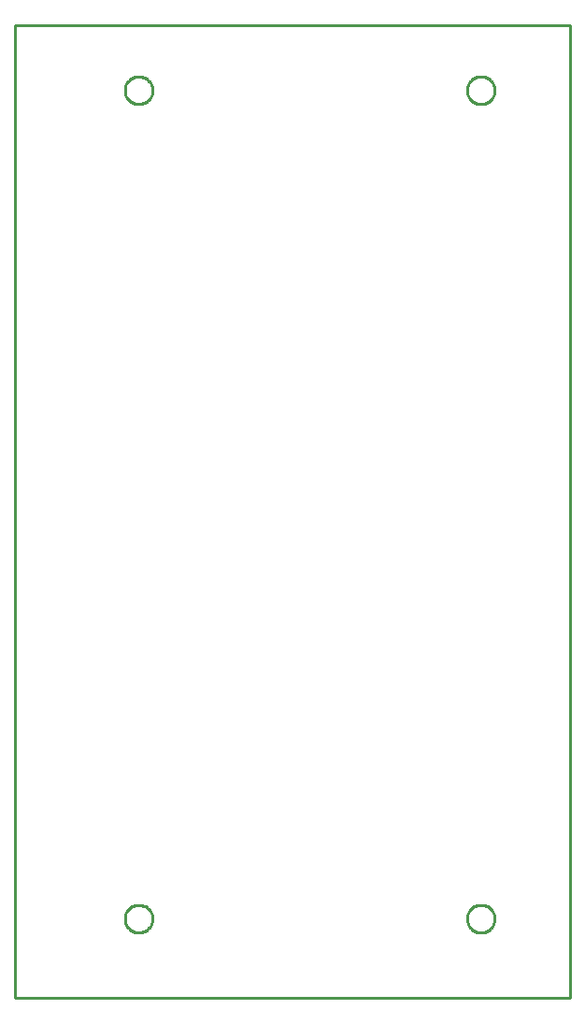
<source format=gbr>
G04 EAGLE Gerber X2 export*
%TF.Part,Single*%
%TF.FileFunction,Profile,NP*%
%TF.FilePolarity,Positive*%
%TF.GenerationSoftware,Autodesk,EAGLE,9.1.1*%
%TF.CreationDate,2018-08-04T18:42:35Z*%
G75*
%MOMM*%
%FSLAX34Y34*%
%LPD*%
%AMOC8*
5,1,8,0,0,1.08239X$1,22.5*%
G01*
%ADD10C,0.254000*%


D10*
X0Y0D02*
X502720Y0D01*
X502720Y880620D01*
X0Y880620D01*
X0Y0D01*
X409200Y71509D02*
X409277Y70530D01*
X409431Y69560D01*
X409660Y68604D01*
X409964Y67670D01*
X410339Y66763D01*
X410785Y65888D01*
X411299Y65050D01*
X411876Y64255D01*
X412514Y63508D01*
X413208Y62814D01*
X413955Y62176D01*
X414750Y61599D01*
X415588Y61085D01*
X416463Y60639D01*
X417370Y60264D01*
X418304Y59960D01*
X419260Y59731D01*
X420230Y59577D01*
X421209Y59500D01*
X422191Y59500D01*
X423170Y59577D01*
X424141Y59731D01*
X425096Y59960D01*
X426030Y60264D01*
X426937Y60639D01*
X427812Y61085D01*
X428650Y61599D01*
X429445Y62176D01*
X430192Y62814D01*
X430886Y63508D01*
X431524Y64255D01*
X432101Y65050D01*
X432615Y65888D01*
X433061Y66763D01*
X433436Y67670D01*
X433740Y68604D01*
X433969Y69560D01*
X434123Y70530D01*
X434200Y71509D01*
X434200Y72491D01*
X434123Y73470D01*
X433969Y74441D01*
X433740Y75396D01*
X433436Y76330D01*
X433061Y77237D01*
X432615Y78112D01*
X432101Y78950D01*
X431524Y79745D01*
X430886Y80492D01*
X430192Y81186D01*
X429445Y81824D01*
X428650Y82401D01*
X427812Y82915D01*
X426937Y83361D01*
X426030Y83736D01*
X425096Y84040D01*
X424141Y84269D01*
X423170Y84423D01*
X422191Y84500D01*
X421209Y84500D01*
X420230Y84423D01*
X419260Y84269D01*
X418304Y84040D01*
X417370Y83736D01*
X416463Y83361D01*
X415588Y82915D01*
X414750Y82401D01*
X413955Y81824D01*
X413208Y81186D01*
X412514Y80492D01*
X411876Y79745D01*
X411299Y78950D01*
X410785Y78112D01*
X410339Y77237D01*
X409964Y76330D01*
X409660Y75396D01*
X409431Y74441D01*
X409277Y73470D01*
X409200Y72491D01*
X409200Y71509D01*
X99200Y71509D02*
X99277Y70530D01*
X99431Y69560D01*
X99660Y68604D01*
X99964Y67670D01*
X100339Y66763D01*
X100785Y65888D01*
X101299Y65050D01*
X101876Y64255D01*
X102514Y63508D01*
X103208Y62814D01*
X103955Y62176D01*
X104750Y61599D01*
X105588Y61085D01*
X106463Y60639D01*
X107370Y60264D01*
X108304Y59960D01*
X109260Y59731D01*
X110230Y59577D01*
X111209Y59500D01*
X112191Y59500D01*
X113170Y59577D01*
X114141Y59731D01*
X115096Y59960D01*
X116030Y60264D01*
X116937Y60639D01*
X117812Y61085D01*
X118650Y61599D01*
X119445Y62176D01*
X120192Y62814D01*
X120886Y63508D01*
X121524Y64255D01*
X122101Y65050D01*
X122615Y65888D01*
X123061Y66763D01*
X123436Y67670D01*
X123740Y68604D01*
X123969Y69560D01*
X124123Y70530D01*
X124200Y71509D01*
X124200Y72491D01*
X124123Y73470D01*
X123969Y74441D01*
X123740Y75396D01*
X123436Y76330D01*
X123061Y77237D01*
X122615Y78112D01*
X122101Y78950D01*
X121524Y79745D01*
X120886Y80492D01*
X120192Y81186D01*
X119445Y81824D01*
X118650Y82401D01*
X117812Y82915D01*
X116937Y83361D01*
X116030Y83736D01*
X115096Y84040D01*
X114141Y84269D01*
X113170Y84423D01*
X112191Y84500D01*
X111209Y84500D01*
X110230Y84423D01*
X109260Y84269D01*
X108304Y84040D01*
X107370Y83736D01*
X106463Y83361D01*
X105588Y82915D01*
X104750Y82401D01*
X103955Y81824D01*
X103208Y81186D01*
X102514Y80492D01*
X101876Y79745D01*
X101299Y78950D01*
X100785Y78112D01*
X100339Y77237D01*
X99964Y76330D01*
X99660Y75396D01*
X99431Y74441D01*
X99277Y73470D01*
X99200Y72491D01*
X99200Y71509D01*
X409200Y821509D02*
X409277Y820530D01*
X409431Y819560D01*
X409660Y818604D01*
X409964Y817670D01*
X410339Y816763D01*
X410785Y815888D01*
X411299Y815050D01*
X411876Y814255D01*
X412514Y813508D01*
X413208Y812814D01*
X413955Y812176D01*
X414750Y811599D01*
X415588Y811085D01*
X416463Y810639D01*
X417370Y810264D01*
X418304Y809960D01*
X419260Y809731D01*
X420230Y809577D01*
X421209Y809500D01*
X422191Y809500D01*
X423170Y809577D01*
X424141Y809731D01*
X425096Y809960D01*
X426030Y810264D01*
X426937Y810639D01*
X427812Y811085D01*
X428650Y811599D01*
X429445Y812176D01*
X430192Y812814D01*
X430886Y813508D01*
X431524Y814255D01*
X432101Y815050D01*
X432615Y815888D01*
X433061Y816763D01*
X433436Y817670D01*
X433740Y818604D01*
X433969Y819560D01*
X434123Y820530D01*
X434200Y821509D01*
X434200Y822491D01*
X434123Y823470D01*
X433969Y824441D01*
X433740Y825396D01*
X433436Y826330D01*
X433061Y827237D01*
X432615Y828112D01*
X432101Y828950D01*
X431524Y829745D01*
X430886Y830492D01*
X430192Y831186D01*
X429445Y831824D01*
X428650Y832401D01*
X427812Y832915D01*
X426937Y833361D01*
X426030Y833736D01*
X425096Y834040D01*
X424141Y834269D01*
X423170Y834423D01*
X422191Y834500D01*
X421209Y834500D01*
X420230Y834423D01*
X419260Y834269D01*
X418304Y834040D01*
X417370Y833736D01*
X416463Y833361D01*
X415588Y832915D01*
X414750Y832401D01*
X413955Y831824D01*
X413208Y831186D01*
X412514Y830492D01*
X411876Y829745D01*
X411299Y828950D01*
X410785Y828112D01*
X410339Y827237D01*
X409964Y826330D01*
X409660Y825396D01*
X409431Y824441D01*
X409277Y823470D01*
X409200Y822491D01*
X409200Y821509D01*
X99200Y821509D02*
X99277Y820530D01*
X99431Y819560D01*
X99660Y818604D01*
X99964Y817670D01*
X100339Y816763D01*
X100785Y815888D01*
X101299Y815050D01*
X101876Y814255D01*
X102514Y813508D01*
X103208Y812814D01*
X103955Y812176D01*
X104750Y811599D01*
X105588Y811085D01*
X106463Y810639D01*
X107370Y810264D01*
X108304Y809960D01*
X109260Y809731D01*
X110230Y809577D01*
X111209Y809500D01*
X112191Y809500D01*
X113170Y809577D01*
X114141Y809731D01*
X115096Y809960D01*
X116030Y810264D01*
X116937Y810639D01*
X117812Y811085D01*
X118650Y811599D01*
X119445Y812176D01*
X120192Y812814D01*
X120886Y813508D01*
X121524Y814255D01*
X122101Y815050D01*
X122615Y815888D01*
X123061Y816763D01*
X123436Y817670D01*
X123740Y818604D01*
X123969Y819560D01*
X124123Y820530D01*
X124200Y821509D01*
X124200Y822491D01*
X124123Y823470D01*
X123969Y824441D01*
X123740Y825396D01*
X123436Y826330D01*
X123061Y827237D01*
X122615Y828112D01*
X122101Y828950D01*
X121524Y829745D01*
X120886Y830492D01*
X120192Y831186D01*
X119445Y831824D01*
X118650Y832401D01*
X117812Y832915D01*
X116937Y833361D01*
X116030Y833736D01*
X115096Y834040D01*
X114141Y834269D01*
X113170Y834423D01*
X112191Y834500D01*
X111209Y834500D01*
X110230Y834423D01*
X109260Y834269D01*
X108304Y834040D01*
X107370Y833736D01*
X106463Y833361D01*
X105588Y832915D01*
X104750Y832401D01*
X103955Y831824D01*
X103208Y831186D01*
X102514Y830492D01*
X101876Y829745D01*
X101299Y828950D01*
X100785Y828112D01*
X100339Y827237D01*
X99964Y826330D01*
X99660Y825396D01*
X99431Y824441D01*
X99277Y823470D01*
X99200Y822491D01*
X99200Y821509D01*
M02*

</source>
